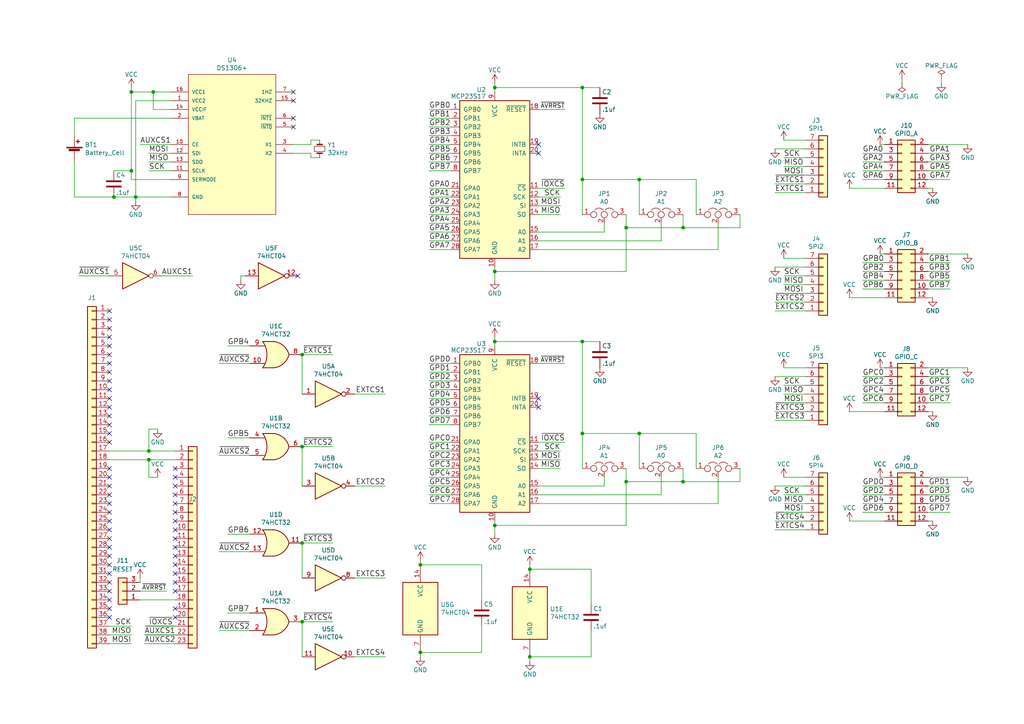
<source format=kicad_sch>
(kicad_sch (version 20211123) (generator eeschema)
  (paper "A4")
  (title_block (title "z80ctrl I/O Expander board") (date "2018-10-25") (rev "REV2") (company "J.B. Langston") (comment 1 "https://github.com/jblang/z80ctrl"))
  (junction (at 87.63 157.48))
  (junction (at 43.18 133.35))
  (junction (at 87.63 180.34))
  (junction (at 44.45 26.67))
  (junction (at 87.63 102.87))
  (junction (at 168.91 25.4))
  (junction (at 143.51 25.4))
  (junction (at 198.12 139.7))
  (junction (at 121.92 189.23))
  (junction (at 181.61 139.7))
  (junction (at 87.63 129.54))
  (junction (at 168.91 52.07))
  (junction (at 43.18 130.81))
  (junction (at 143.51 78.74))
  (junction (at 39.37 57.15))
  (junction (at 168.91 125.73))
  (junction (at 185.42 52.07))
  (junction (at 38.1 49.53))
  (junction (at 168.91 99.06))
  (junction (at 143.51 99.06))
  (junction (at 143.51 152.4))
  (junction (at 121.92 163.83))
  (junction (at 38.1 26.67))
  (junction (at 198.12 66.04))
  (junction (at 153.67 190.5))
  (junction (at 33.02 57.15))
  (junction (at 185.42 125.73))
  (junction (at 153.67 165.1))
  (junction (at 181.61 66.04))
  (no_connect (at 31.75 171.45))
  (no_connect (at 50.8 138.43))
  (no_connect (at 50.8 158.75))
  (no_connect (at 31.75 153.67))
  (no_connect (at 50.8 148.59))
  (no_connect (at 156.21 41.91))
  (no_connect (at 31.75 118.11))
  (no_connect (at 156.21 118.11))
  (no_connect (at 85.09 36.83))
  (no_connect (at 50.8 166.37))
  (no_connect (at 50.8 151.13))
  (no_connect (at 31.75 120.65))
  (no_connect (at 31.75 95.25))
  (no_connect (at 31.75 166.37))
  (no_connect (at 50.8 168.91))
  (no_connect (at 31.75 115.57))
  (no_connect (at 31.75 176.53))
  (no_connect (at 50.8 163.83))
  (no_connect (at 50.8 153.67))
  (no_connect (at 31.75 105.41))
  (no_connect (at 31.75 97.79))
  (no_connect (at 31.75 143.51))
  (no_connect (at 31.75 161.29))
  (no_connect (at 31.75 107.95))
  (no_connect (at 50.8 140.97))
  (no_connect (at 31.75 125.73))
  (no_connect (at 31.75 179.07))
  (no_connect (at 50.8 171.45))
  (no_connect (at 31.75 113.03))
  (no_connect (at 156.21 115.57))
  (no_connect (at 31.75 173.99))
  (no_connect (at 50.8 156.21))
  (no_connect (at 31.75 148.59))
  (no_connect (at 50.8 146.05))
  (no_connect (at 156.21 44.45))
  (no_connect (at 31.75 92.71))
  (no_connect (at 31.75 135.89))
  (no_connect (at 31.75 90.17))
  (no_connect (at 31.75 158.75))
  (no_connect (at 31.75 146.05))
  (no_connect (at 31.75 100.33))
  (no_connect (at 50.8 179.07))
  (no_connect (at 50.8 176.53))
  (no_connect (at 85.09 26.67))
  (no_connect (at 50.8 161.29))
  (no_connect (at 31.75 168.91))
  (no_connect (at 85.09 29.21))
  (no_connect (at 85.09 34.29))
  (no_connect (at 86.36 80.01))
  (no_connect (at 31.75 151.13))
  (no_connect (at 31.75 140.97))
  (no_connect (at 50.8 143.51))
  (no_connect (at 31.75 128.27))
  (no_connect (at 31.75 102.87))
  (no_connect (at 31.75 123.19))
  (no_connect (at 31.75 163.83))
  (no_connect (at 31.75 156.21))
  (no_connect (at 31.75 110.49))
  (no_connect (at 50.8 135.89))
  (no_connect (at 31.75 138.43))
  (wire (pts (xy 198.12 66.04) (xy 198.12 62.23)))
  (wire (pts (xy 21.59 46.99) (xy 21.59 57.15)))
  (wire (pts (xy 156.21 133.35) (xy 162.56 133.35)))
  (wire (pts (xy 233.68 85.09) (xy 227.33 85.09)))
  (wire (pts (xy 40.64 171.45) (xy 48.26 171.45)))
  (wire (pts (xy 43.18 124.46) (xy 43.18 130.81)))
  (wire (pts (xy 168.91 125.73) (xy 185.42 125.73)))
  (wire (pts (xy 130.81 128.27) (xy 124.46 128.27)))
  (wire (pts (xy 208.28 72.39) (xy 208.28 64.77)))
  (wire (pts (xy 233.68 53.34) (xy 224.79 53.34)))
  (wire (pts (xy 90.17 41.91) (xy 90.17 40.64)))
  (wire (pts (xy 269.24 109.22) (xy 275.59 109.22)))
  (wire (pts (xy 124.46 62.23) (xy 130.81 62.23)))
  (wire (pts (xy 224.79 77.47) (xy 233.68 77.47)))
  (wire (pts (xy 124.46 31.75) (xy 130.81 31.75)))
  (wire (pts (xy 269.24 78.74) (xy 275.59 78.74)))
  (wire (pts (xy 185.42 125.73) (xy 185.42 135.89)))
  (wire (pts (xy 124.46 64.77) (xy 130.81 64.77)))
  (wire (pts (xy 124.46 46.99) (xy 130.81 46.99)))
  (wire (pts (xy 168.91 25.4) (xy 173.99 25.4)))
  (wire (pts (xy 224.79 121.92) (xy 233.68 121.92)))
  (wire (pts (xy 44.45 31.75) (xy 44.45 26.67)))
  (wire (pts (xy 198.12 139.7) (xy 214.63 139.7)))
  (wire (pts (xy 269.24 54.61) (xy 270.51 54.61)))
  (wire (pts (xy 130.81 120.65) (xy 124.46 120.65)))
  (wire (pts (xy 156.21 146.05) (xy 208.28 146.05)))
  (wire (pts (xy 121.92 163.83) (xy 121.92 162.56)))
  (wire (pts (xy 156.21 135.89) (xy 162.56 135.89)))
  (wire (pts (xy 49.53 49.53) (xy 43.18 49.53)))
  (wire (pts (xy 168.91 99.06) (xy 173.99 99.06)))
  (wire (pts (xy 102.87 114.3) (xy 111.76 114.3)))
  (wire (pts (xy 63.5 105.41) (xy 72.39 105.41)))
  (wire (pts (xy 256.54 146.05) (xy 250.19 146.05)))
  (wire (pts (xy 191.77 138.43) (xy 191.77 143.51)))
  (wire (pts (xy 256.54 81.28) (xy 250.19 81.28)))
  (wire (pts (xy 175.26 64.77) (xy 175.26 67.31)))
  (wire (pts (xy 269.24 86.36) (xy 270.51 86.36)))
  (wire (pts (xy 38.1 26.67) (xy 44.45 26.67)))
  (wire (pts (xy 102.87 140.97) (xy 111.76 140.97)))
  (wire (pts (xy 38.1 49.53) (xy 38.1 52.07)))
  (wire (pts (xy 156.21 62.23) (xy 162.56 62.23)))
  (wire (pts (xy 224.79 109.22) (xy 233.68 109.22)))
  (wire (pts (xy 43.18 130.81) (xy 31.75 130.81)))
  (wire (pts (xy 156.21 128.27) (xy 163.83 128.27)))
  (wire (pts (xy 21.59 57.15) (xy 33.02 57.15)))
  (wire (pts (xy 256.54 49.53) (xy 250.19 49.53)))
  (wire (pts (xy 269.24 143.51) (xy 275.59 143.51)))
  (wire (pts (xy 269.24 119.38) (xy 270.51 119.38)))
  (wire (pts (xy 224.79 153.67) (xy 233.68 153.67)))
  (wire (pts (xy 171.45 190.5) (xy 171.45 182.88)))
  (wire (pts (xy 31.75 184.15) (xy 38.1 184.15)))
  (wire (pts (xy 233.68 82.55) (xy 227.33 82.55)))
  (wire (pts (xy 124.46 54.61) (xy 130.81 54.61)))
  (wire (pts (xy 214.63 66.04) (xy 214.63 62.23)))
  (wire (pts (xy 181.61 62.23) (xy 181.61 66.04)))
  (wire (pts (xy 87.63 129.54) (xy 87.63 140.97)))
  (wire (pts (xy 139.7 163.83) (xy 139.7 173.99)))
  (wire (pts (xy 269.24 41.91) (xy 280.67 41.91)))
  (wire (pts (xy 124.46 41.91) (xy 130.81 41.91)))
  (wire (pts (xy 39.37 29.21) (xy 39.37 57.15)))
  (wire (pts (xy 121.92 163.83) (xy 139.7 163.83)))
  (wire (pts (xy 33.02 57.15) (xy 39.37 57.15)))
  (wire (pts (xy 50.8 186.69) (xy 41.91 186.69)))
  (wire (pts (xy 233.68 114.3) (xy 227.33 114.3)))
  (wire (pts (xy 201.93 125.73) (xy 201.93 135.89)))
  (wire (pts (xy 63.5 160.02) (xy 72.39 160.02)))
  (wire (pts (xy 156.21 143.51) (xy 191.77 143.51)))
  (wire (pts (xy 21.59 34.29) (xy 21.59 39.37)))
  (wire (pts (xy 269.24 52.07) (xy 275.59 52.07)))
  (wire (pts (xy 269.24 44.45) (xy 275.59 44.45)))
  (wire (pts (xy 45.72 124.46) (xy 43.18 124.46)))
  (wire (pts (xy 45.72 138.43) (xy 43.18 138.43)))
  (wire (pts (xy 130.81 107.95) (xy 124.46 107.95)))
  (wire (pts (xy 130.81 115.57) (xy 124.46 115.57)))
  (wire (pts (xy 198.12 139.7) (xy 198.12 135.89)))
  (wire (pts (xy 171.45 165.1) (xy 171.45 175.26)))
  (wire (pts (xy 121.92 190.5) (xy 121.92 189.23)))
  (wire (pts (xy 153.67 190.5) (xy 171.45 190.5)))
  (wire (pts (xy 156.21 54.61) (xy 163.83 54.61)))
  (wire (pts (xy 66.04 154.94) (xy 72.39 154.94)))
  (wire (pts (xy 227.33 40.64) (xy 233.68 40.64)))
  (wire (pts (xy 269.24 138.43) (xy 280.67 138.43)))
  (wire (pts (xy 233.68 87.63) (xy 224.79 87.63)))
  (wire (pts (xy 181.61 78.74) (xy 143.51 78.74)))
  (wire (pts (xy 124.46 69.85) (xy 130.81 69.85)))
  (wire (pts (xy 256.54 78.74) (xy 250.19 78.74)))
  (wire (pts (xy 124.46 44.45) (xy 130.81 44.45)))
  (wire (pts (xy 49.53 29.21) (xy 39.37 29.21)))
  (wire (pts (xy 124.46 34.29) (xy 130.81 34.29)))
  (wire (pts (xy 261.62 24.13) (xy 261.62 22.86)))
  (wire (pts (xy 130.81 143.51) (xy 124.46 143.51)))
  (wire (pts (xy 256.54 83.82) (xy 250.19 83.82)))
  (wire (pts (xy 256.54 111.76) (xy 250.19 111.76)))
  (wire (pts (xy 185.42 52.07) (xy 185.42 62.23)))
  (wire (pts (xy 185.42 52.07) (xy 201.93 52.07)))
  (wire (pts (xy 191.77 64.77) (xy 191.77 69.85)))
  (wire (pts (xy 246.38 151.13) (xy 256.54 151.13)))
  (wire (pts (xy 43.18 181.61) (xy 50.8 181.61)))
  (wire (pts (xy 198.12 66.04) (xy 214.63 66.04)))
  (wire (pts (xy 31.75 186.69) (xy 38.1 186.69)))
  (wire (pts (xy 156.21 72.39) (xy 208.28 72.39)))
  (wire (pts (xy 43.18 130.81) (xy 50.8 130.81)))
  (wire (pts (xy 269.24 106.68) (xy 280.67 106.68)))
  (wire (pts (xy 90.17 44.45) (xy 90.17 45.72)))
  (wire (pts (xy 102.87 167.64) (xy 111.76 167.64)))
  (wire (pts (xy 153.67 191.77) (xy 153.67 190.5)))
  (wire (pts (xy 269.24 81.28) (xy 275.59 81.28)))
  (wire (pts (xy 233.68 119.38) (xy 224.79 119.38)))
  (wire (pts (xy 256.54 143.51) (xy 250.19 143.51)))
  (wire (pts (xy 90.17 40.64) (xy 92.71 40.64)))
  (wire (pts (xy 233.68 48.26) (xy 227.33 48.26)))
  (wire (pts (xy 156.21 57.15) (xy 162.56 57.15)))
  (wire (pts (xy 227.33 138.43) (xy 233.68 138.43)))
  (wire (pts (xy 130.81 113.03) (xy 124.46 113.03)))
  (wire (pts (xy 181.61 135.89) (xy 181.61 139.7)))
  (wire (pts (xy 256.54 109.22) (xy 250.19 109.22)))
  (wire (pts (xy 87.63 129.54) (xy 96.52 129.54)))
  (wire (pts (xy 124.46 67.31) (xy 130.81 67.31)))
  (wire (pts (xy 269.24 148.59) (xy 275.59 148.59)))
  (wire (pts (xy 269.24 114.3) (xy 275.59 114.3)))
  (wire (pts (xy 69.85 81.28) (xy 69.85 80.01)))
  (wire (pts (xy 227.33 106.68) (xy 233.68 106.68)))
  (wire (pts (xy 130.81 133.35) (xy 124.46 133.35)))
  (wire (pts (xy 256.54 148.59) (xy 250.19 148.59)))
  (wire (pts (xy 49.53 44.45) (xy 43.18 44.45)))
  (wire (pts (xy 269.24 46.99) (xy 275.59 46.99)))
  (wire (pts (xy 43.18 133.35) (xy 50.8 133.35)))
  (wire (pts (xy 66.04 127) (xy 72.39 127)))
  (wire (pts (xy 181.61 139.7) (xy 181.61 152.4)))
  (wire (pts (xy 139.7 189.23) (xy 139.7 181.61)))
  (wire (pts (xy 38.1 52.07) (xy 49.53 52.07)))
  (wire (pts (xy 143.51 25.4) (xy 143.51 26.67)))
  (wire (pts (xy 87.63 157.48) (xy 96.52 157.48)))
  (wire (pts (xy 156.21 59.69) (xy 162.56 59.69)))
  (wire (pts (xy 43.18 133.35) (xy 31.75 133.35)))
  (wire (pts (xy 66.04 100.33) (xy 72.39 100.33)))
  (wire (pts (xy 233.68 111.76) (xy 227.33 111.76)))
  (wire (pts (xy 168.91 52.07) (xy 168.91 25.4)))
  (wire (pts (xy 256.54 46.99) (xy 250.19 46.99)))
  (wire (pts (xy 130.81 105.41) (xy 124.46 105.41)))
  (wire (pts (xy 233.68 50.8) (xy 227.33 50.8)))
  (wire (pts (xy 156.21 130.81) (xy 162.56 130.81)))
  (wire (pts (xy 49.53 34.29) (xy 21.59 34.29)))
  (wire (pts (xy 69.85 80.01) (xy 71.12 80.01)))
  (wire (pts (xy 269.24 73.66) (xy 280.67 73.66)))
  (wire (pts (xy 233.68 80.01) (xy 227.33 80.01)))
  (wire (pts (xy 87.63 180.34) (xy 96.52 180.34)))
  (wire (pts (xy 181.61 152.4) (xy 143.51 152.4)))
  (wire (pts (xy 40.64 168.91) (xy 40.64 167.64)))
  (wire (pts (xy 143.51 99.06) (xy 143.51 100.33)))
  (wire (pts (xy 224.79 43.18) (xy 233.68 43.18)))
  (wire (pts (xy 181.61 139.7) (xy 198.12 139.7)))
  (wire (pts (xy 168.91 62.23) (xy 168.91 52.07)))
  (wire (pts (xy 49.53 46.99) (xy 43.18 46.99)))
  (wire (pts (xy 256.54 114.3) (xy 250.19 114.3)))
  (wire (pts (xy 43.18 138.43) (xy 43.18 133.35)))
  (wire (pts (xy 156.21 105.41) (xy 163.83 105.41)))
  (wire (pts (xy 130.81 138.43) (xy 124.46 138.43)))
  (wire (pts (xy 50.8 184.15) (xy 41.91 184.15)))
  (wire (pts (xy 121.92 189.23) (xy 139.7 189.23)))
  (wire (pts (xy 143.51 151.13) (xy 143.51 152.4)))
  (wire (pts (xy 255.27 41.91) (xy 256.54 41.91)))
  (wire (pts (xy 130.81 130.81) (xy 124.46 130.81)))
  (wire (pts (xy 233.68 45.72) (xy 227.33 45.72)))
  (wire (pts (xy 124.46 59.69) (xy 130.81 59.69)))
  (wire (pts (xy 269.24 146.05) (xy 275.59 146.05)))
  (wire (pts (xy 130.81 146.05) (xy 124.46 146.05)))
  (wire (pts (xy 38.1 26.67) (xy 38.1 49.53)))
  (wire (pts (xy 87.63 102.87) (xy 87.63 114.3)))
  (wire (pts (xy 156.21 140.97) (xy 175.26 140.97)))
  (wire (pts (xy 156.21 31.75) (xy 163.83 31.75)))
  (wire (pts (xy 143.51 99.06) (xy 168.91 99.06)))
  (wire (pts (xy 168.91 135.89) (xy 168.91 125.73)))
  (wire (pts (xy 233.68 146.05) (xy 227.33 146.05)))
  (wire (pts (xy 227.33 74.93) (xy 233.68 74.93)))
  (wire (pts (xy 246.38 86.36) (xy 256.54 86.36)))
  (wire (pts (xy 102.87 190.5) (xy 111.76 190.5)))
  (wire (pts (xy 269.24 151.13) (xy 270.51 151.13)))
  (wire (pts (xy 124.46 57.15) (xy 130.81 57.15)))
  (wire (pts (xy 256.54 140.97) (xy 250.19 140.97)))
  (wire (pts (xy 33.02 49.53) (xy 38.1 49.53)))
  (wire (pts (xy 269.24 76.2) (xy 275.59 76.2)))
  (wire (pts (xy 153.67 165.1) (xy 171.45 165.1)))
  (wire (pts (xy 39.37 58.42) (xy 39.37 57.15)))
  (wire (pts (xy 22.86 80.01) (xy 31.75 80.01)))
  (wire (pts (xy 246.38 54.61) (xy 256.54 54.61)))
  (wire (pts (xy 175.26 138.43) (xy 175.26 140.97)))
  (wire (pts (xy 130.81 110.49) (xy 124.46 110.49)))
  (wire (pts (xy 208.28 146.05) (xy 208.28 138.43)))
  (wire (pts (xy 63.5 132.08) (xy 72.39 132.08)))
  (wire (pts (xy 124.46 72.39) (xy 130.81 72.39)))
  (wire (pts (xy 66.04 177.8) (xy 72.39 177.8)))
  (wire (pts (xy 143.51 97.79) (xy 143.51 99.06)))
  (wire (pts (xy 31.75 181.61) (xy 38.1 181.61)))
  (wire (pts (xy 40.64 173.99) (xy 50.8 173.99)))
  (wire (pts (xy 246.38 119.38) (xy 256.54 119.38)))
  (wire (pts (xy 87.63 180.34) (xy 87.63 190.5)))
  (wire (pts (xy 63.5 182.88) (xy 72.39 182.88)))
  (wire (pts (xy 124.46 39.37) (xy 130.81 39.37)))
  (wire (pts (xy 38.1 25.4) (xy 38.1 26.67)))
  (wire (pts (xy 130.81 140.97) (xy 124.46 140.97)))
  (wire (pts (xy 39.37 57.15) (xy 49.53 57.15)))
  (wire (pts (xy 143.51 24.13) (xy 143.51 25.4)))
  (wire (pts (xy 273.05 22.86) (xy 273.05 24.13)))
  (wire (pts (xy 185.42 125.73) (xy 201.93 125.73)))
  (wire (pts (xy 256.54 52.07) (xy 250.19 52.07)))
  (wire (pts (xy 201.93 52.07) (xy 201.93 62.23)))
  (wire (pts (xy 256.54 44.45) (xy 250.19 44.45)))
  (wire (pts (xy 143.51 78.74) (xy 143.51 81.28)))
  (wire (pts (xy 255.27 73.66) (xy 256.54 73.66)))
  (wire (pts (xy 143.51 152.4) (xy 143.51 154.94)))
  (wire (pts (xy 233.68 116.84) (xy 227.33 116.84)))
  (wire (pts (xy 124.46 36.83) (xy 130.81 36.83)))
  (wire (pts (xy 40.64 41.91) (xy 49.53 41.91)))
  (wire (pts (xy 87.63 157.48) (xy 87.63 167.64)))
  (wire (pts (xy 233.68 143.51) (xy 227.33 143.51)))
  (wire (pts (xy 90.17 45.72) (xy 92.71 45.72)))
  (wire (pts (xy 269.24 49.53) (xy 275.59 49.53)))
  (wire (pts (xy 143.51 77.47) (xy 143.51 78.74)))
  (wire (pts (xy 130.81 118.11) (xy 124.46 118.11)))
  (wire (pts (xy 168.91 125.73) (xy 168.91 99.06)))
  (wire (pts (xy 85.09 44.45) (xy 90.17 44.45)))
  (wire (pts (xy 256.54 116.84) (xy 250.19 116.84)))
  (wire (pts (xy 224.79 140.97) (xy 233.68 140.97)))
  (wire (pts (xy 269.24 83.82) (xy 275.59 83.82)))
  (wire (pts (xy 269.24 140.97) (xy 275.59 140.97)))
  (wire (pts (xy 233.68 148.59) (xy 227.33 148.59)))
  (wire (pts (xy 168.91 52.07) (xy 185.42 52.07)))
  (wire (pts (xy 153.67 165.1) (xy 153.67 163.83)))
  (wire (pts (xy 130.81 135.89) (xy 124.46 135.89)))
  (wire (pts (xy 44.45 26.67) (xy 49.53 26.67)))
  (wire (pts (xy 269.24 116.84) (xy 275.59 116.84)))
  (wire (pts (xy 85.09 41.91) (xy 90.17 41.91)))
  (wire (pts (xy 269.24 111.76) (xy 275.59 111.76)))
  (wire (pts (xy 124.46 49.53) (xy 130.81 49.53)))
  (wire (pts (xy 255.27 106.68) (xy 256.54 106.68)))
  (wire (pts (xy 255.27 138.43) (xy 256.54 138.43)))
  (wire (pts (xy 87.63 102.87) (xy 96.52 102.87)))
  (wire (pts (xy 156.21 69.85) (xy 191.77 69.85)))
  (wire (pts (xy 224.79 55.88) (xy 233.68 55.88)))
  (wire (pts (xy 156.21 67.31) (xy 175.26 67.31)))
  (wire (pts (xy 233.68 151.13) (xy 224.79 151.13)))
  (wire (pts (xy 214.63 139.7) (xy 214.63 135.89)))
  (wire (pts (xy 130.81 123.19) (xy 124.46 123.19)))
  (wire (pts (xy 181.61 66.04) (xy 181.61 78.74)))
  (wire (pts (xy 181.61 66.04) (xy 198.12 66.04)))
  (wire (pts (xy 46.99 80.01) (xy 55.88 80.01)))
  (wire (pts (xy 256.54 76.2) (xy 250.19 76.2)))
  (wire (pts (xy 49.53 31.75) (xy 44.45 31.75)))
  (wire (pts (xy 143.51 25.4) (xy 168.91 25.4)))
  (wire (pts (xy 224.79 90.17) (xy 233.68 90.17)))
  (label "~{IOXCS}" (at 163.83 54.61 180) (effects (font (size 1.524 1.524))))
  (label "GPC0" (at 124.46 128.27 0) (effects (font (size 1.524 1.524))))
  (label "GPA4" (at 250.19 49.53 0) (effects (font (size 1.524 1.524))))
  (label "GPB5" (at 66.04 127 0) (effects (font (size 1.524 1.524))))
  (label "GPB3" (at 275.59 78.74 180) (effects (font (size 1.524 1.524))))
  (label "GPD1" (at 124.46 107.95 0) (effects (font (size 1.524 1.524))))
  (label "SCK" (at 227.33 45.72 0) (effects (font (size 1.524 1.524))))
  (label "GPC7" (at 124.46 146.05 0) (effects (font (size 1.524 1.524))))
  (label "GPD0" (at 250.19 140.97 0) (effects (font (size 1.524 1.524))))
  (label "GPB6" (at 66.04 154.94 0) (effects (font (size 1.524 1.524))))
  (label "GPC4" (at 124.46 138.43 0) (effects (font (size 1.524 1.524))))
  (label "~{AVRRST}" (at 163.83 105.41 180))
  (label "GPA0" (at 250.19 44.45 0) (effects (font (size 1.524 1.524))))
  (label "SCK" (at 227.33 111.76 0) (effects (font (size 1.524 1.524))))
  (label "EXTCS2" (at 224.79 90.17 0) (effects (font (size 1.524 1.524))))
  (label "GPB0" (at 124.46 31.75 0) (effects (font (size 1.524 1.524))))
  (label "MISO" (at 162.56 62.23 180) (effects (font (size 1.524 1.524))))
  (label "EXTCS4" (at 224.79 153.67 0) (effects (font (size 1.524 1.524))))
  (label "GPD2" (at 250.19 143.51 0) (effects (font (size 1.524 1.524))))
  (label "MISO" (at 38.1 184.15 180) (effects (font (size 1.524 1.524))))
  (label "~{EXTCS3}" (at 96.52 157.48 180) (effects (font (size 1.524 1.524))))
  (label "GPB4" (at 66.04 100.33 0) (effects (font (size 1.524 1.524))))
  (label "GPB7" (at 66.04 177.8 0) (effects (font (size 1.524 1.524))))
  (label "GPB1" (at 275.59 76.2 180) (effects (font (size 1.524 1.524))))
  (label "GPD5" (at 275.59 146.05 180) (effects (font (size 1.524 1.524))))
  (label "GPD7" (at 275.59 148.59 180) (effects (font (size 1.524 1.524))))
  (label "~{IOXCS}" (at 43.18 181.61 0) (effects (font (size 1.524 1.524))))
  (label "EXTCS2" (at 111.76 140.97 180) (effects (font (size 1.524 1.524))))
  (label "SCK" (at 43.18 49.53 0) (effects (font (size 1.524 1.524))))
  (label "GPC3" (at 124.46 135.89 0) (effects (font (size 1.524 1.524))))
  (label "~{IOXCS}" (at 163.83 128.27 180) (effects (font (size 1.524 1.524))))
  (label "EXTCS3" (at 224.79 121.92 0) (effects (font (size 1.524 1.524))))
  (label "~{EXTCS4}" (at 224.79 151.13 0) (effects (font (size 1.524 1.524))))
  (label "~{EXTCS2}" (at 224.79 87.63 0) (effects (font (size 1.524 1.524))))
  (label "GPC6" (at 250.19 116.84 0) (effects (font (size 1.524 1.524))))
  (label "GPA5" (at 124.46 67.31 0) (effects (font (size 1.524 1.524))))
  (label "GPA3" (at 275.59 46.99 180) (effects (font (size 1.524 1.524))))
  (label "GPA2" (at 124.46 59.69 0) (effects (font (size 1.524 1.524))))
  (label "GPB0" (at 250.19 76.2 0) (effects (font (size 1.524 1.524))))
  (label "GPD1" (at 275.59 140.97 180) (effects (font (size 1.524 1.524))))
  (label "GPD3" (at 275.59 143.51 180) (effects (font (size 1.524 1.524))))
  (label "GPB5" (at 124.46 44.45 0) (effects (font (size 1.524 1.524))))
  (label "EXTCS4" (at 111.76 190.5 180) (effects (font (size 1.524 1.524))))
  (label "GPD0" (at 124.46 105.41 0) (effects (font (size 1.524 1.524))))
  (label "GPA0" (at 124.46 54.61 0) (effects (font (size 1.524 1.524))))
  (label "~{AUXCS1}" (at 41.91 184.15 0) (effects (font (size 1.524 1.524))))
  (label "GPD4" (at 124.46 115.57 0) (effects (font (size 1.524 1.524))))
  (label "~{EXTCS4}" (at 96.52 180.34 180) (effects (font (size 1.524 1.524))))
  (label "~{EXTCS1}" (at 96.52 102.87 180) (effects (font (size 1.524 1.524))))
  (label "GPA1" (at 275.59 44.45 180) (effects (font (size 1.524 1.524))))
  (label "~{AUXCS2}" (at 41.91 186.69 0) (effects (font (size 1.524 1.524))))
  (label "MISO" (at 162.56 135.89 180) (effects (font (size 1.524 1.524))))
  (label "MISO" (at 43.18 46.99 0) (effects (font (size 1.524 1.524))))
  (label "GPC5" (at 275.59 114.3 180) (effects (font (size 1.524 1.524))))
  (label "GPA1" (at 124.46 57.15 0) (effects (font (size 1.524 1.524))))
  (label "GPC0" (at 250.19 109.22 0) (effects (font (size 1.524 1.524))))
  (label "~{AUXCS2}" (at 63.5 132.08 0) (effects (font (size 1.524 1.524))))
  (label "MOSI" (at 162.56 59.69 180) (effects (font (size 1.524 1.524))))
  (label "GPD3" (at 124.46 113.03 0) (effects (font (size 1.524 1.524))))
  (label "GPA3" (at 124.46 62.23 0) (effects (font (size 1.524 1.524))))
  (label "~{AVRRST}" (at 48.26 171.45 180))
  (label "GPA4" (at 124.46 64.77 0) (effects (font (size 1.524 1.524))))
  (label "~{AVRRST}" (at 163.83 31.75 180))
  (label "GPC2" (at 250.19 111.76 0) (effects (font (size 1.524 1.524))))
  (label "GPC2" (at 124.46 133.35 0) (effects (font (size 1.524 1.524))))
  (label "MOSI" (at 227.33 50.8 0) (effects (font (size 1.524 1.524))))
  (label "~{AUXCS1}" (at 22.86 80.01 0) (effects (font (size 1.524 1.524))))
  (label "GPA6" (at 124.46 69.85 0) (effects (font (size 1.524 1.524))))
  (label "GPD6" (at 250.19 148.59 0) (effects (font (size 1.524 1.524))))
  (label "MISO" (at 227.33 114.3 0) (effects (font (size 1.524 1.524))))
  (label "GPB7" (at 275.59 83.82 180) (effects (font (size 1.524 1.524))))
  (label "~{EXTCS3}" (at 224.79 119.38 0) (effects (font (size 1.524 1.524))))
  (label "MISO" (at 227.33 48.26 0) (effects (font (size 1.524 1.524))))
  (label "GPA7" (at 124.46 72.39 0) (effects (font (size 1.524 1.524))))
  (label "GPB3" (at 124.46 39.37 0) (effects (font (size 1.524 1.524))))
  (label "GPA7" (at 275.59 52.07 180) (effects (font (size 1.524 1.524))))
  (label "EXTCS3" (at 111.76 167.64 180) (effects (font (size 1.524 1.524))))
  (label "MOSI" (at 43.18 44.45 0) (effects (font (size 1.524 1.524))))
  (label "GPC5" (at 124.46 140.97 0) (effects (font (size 1.524 1.524))))
  (label "~{EXTCS1}" (at 224.79 53.34 0) (effects (font (size 1.524 1.524))))
  (label "GPA6" (at 250.19 52.07 0) (effects (font (size 1.524 1.524))))
  (label "GPD2" (at 124.46 110.49 0) (effects (font (size 1.524 1.524))))
  (label "MISO" (at 227.33 82.55 0) (effects (font (size 1.524 1.524))))
  (label "SCK" (at 227.33 143.51 0) (effects (font (size 1.524 1.524))))
  (label "MOSI" (at 227.33 85.09 0) (effects (font (size 1.524 1.524))))
  (label "MISO" (at 227.33 146.05 0) (effects (font (size 1.524 1.524))))
  (label "SCK" (at 162.56 57.15 180) (effects (font (size 1.524 1.524))))
  (label "MOSI" (at 162.56 133.35 180) (effects (font (size 1.524 1.524))))
  (label "~{AUXCS2}" (at 63.5 105.41 0) (effects (font (size 1.524 1.524))))
  (label "AUXCS1" (at 55.88 80.01 180) (effects (font (size 1.524 1.524))))
  (label "GPB7" (at 124.46 49.53 0) (effects (font (size 1.524 1.524))))
  (label "GPC1" (at 124.46 130.81 0) (effects (font (size 1.524 1.524))))
  (label "AUXCS1" (at 40.64 41.91 0) (effects (font (size 1.524 1.524))))
  (label "GPB6" (at 124.46 46.99 0) (effects (font (size 1.524 1.524))))
  (label "~{AUXCS2}" (at 63.5 182.88 0) (effects (font (size 1.524 1.524))))
  (label "GPD4" (at 250.19 146.05 0) (effects (font (size 1.524 1.524))))
  (label "EXTCS1" (at 224.79 55.88 0) (effects (font (size 1.524 1.524))))
  (label "MOSI" (at 227.33 116.84 0) (effects (font (size 1.524 1.524))))
  (label "EXTCS1" (at 111.76 114.3 180) (effects (font (size 1.524 1.524))))
  (label "GPB4" (at 250.19 81.28 0) (effects (font (size 1.524 1.524))))
  (label "GPD7" (at 124.46 123.19 0) (effects (font (size 1.524 1.524))))
  (label "SCK" (at 38.1 181.61 180) (effects (font (size 1.524 1.524))))
  (label "GPB4" (at 124.46 41.91 0) (effects (font (size 1.524 1.524))))
  (label "GPD6" (at 124.46 120.65 0) (effects (font (size 1.524 1.524))))
  (label "GPC3" (at 275.59 111.76 180) (effects (font (size 1.524 1.524))))
  (label "GPB6" (at 250.19 83.82 0) (effects (font (size 1.524 1.524))))
  (label "GPC6" (at 124.46 143.51 0) (effects (font (size 1.524 1.524))))
  (label "SCK" (at 162.56 130.81 180) (effects (font (size 1.524 1.524))))
  (label "GPB2" (at 124.46 36.83 0) (effects (font (size 1.524 1.524))))
  (label "~{AUXCS2}" (at 63.5 160.02 0) (effects (font (size 1.524 1.524))))
  (label "GPB2" (at 250.19 78.74 0) (effects (font (size 1.524 1.524))))
  (label "~{EXTCS2}" (at 96.52 129.54 180) (effects (font (size 1.524 1.524))))
  (label "GPC4" (at 250.19 114.3 0) (effects (font (size 1.524 1.524))))
  (label "GPC1" (at 275.59 109.22 180) (effects (font (size 1.524 1.524))))
  (label "MOSI" (at 227.33 148.59 0) (effects (font (size 1.524 1.524))))
  (label "GPB5" (at 275.59 81.28 180) (effects (font (size 1.524 1.524))))
  (label "GPB1" (at 124.46 34.29 0) (effects (font (size 1.524 1.524))))
  (label "GPA5" (at 275.59 49.53 180) (effects (font (size 1.524 1.524))))
  (label "SCK" (at 227.33 80.01 0) (effects (font (size 1.524 1.524))))
  (label "GPA2" (at 250.19 46.99 0) (effects (font (size 1.524 1.524))))
  (label "GPC7" (at 275.59 116.84 180) (effects (font (size 1.524 1.524))))
  (label "MOSI" (at 38.1 186.69 180) (effects (font (size 1.524 1.524))))
  (label "GPD5" (at 124.46 118.11 0) (effects (font (size 1.524 1.524))))
  (symbol (lib_id "Connector_Generic:Conn_01x39") (at 26.67 138.43 0) (mirror y) (unit 1)
    (property "Reference" "J1" (at 26.67 86.36 0))
    (property "Value" "BUS" (effects hide))
    (property "Footprint" "Connector_PinHeader_2.54mm:PinHeader_1x39_P2.54mm_Vertical" (effects hide))
    (property "TaydaPN" "A-638" (effects hide))
    (property "DigikeyPN" "s1012ec-39-nd" (effects hide))
  )
  (symbol (lib_id "Connector_Generic:Conn_01x23") (at 55.88 158.75 0) (unit 1)
    (property "Reference" "J2" (at 55.88 144.78 0))
    (property "Value" "BUSEXT" (effects hide))
    (property "Footprint" "Connector_PinHeader_2.54mm:PinHeader_1x23_P2.54mm_Vertical" (effects hide))
    (property "TaydaPN" "A-638" (effects hide))
    (property "DigikeyPN" "s1012ec-39-nd" (effects hide))
  )
  (symbol (lib_id "power:GND") (at 45.72 124.46 0) (mirror y) (unit 1)
    (property "Reference" "#PWR022" (effects hide))
    (property "Value" "GND" (at 45.72 128.27 0))
  )
  (symbol (lib_id "power:VCC") (at 45.72 138.43 0) (mirror y) (unit 1)
    (property "Reference" "#PWR023" (effects hide))
    (property "Value" "VCC" (at 45.72 134.62 0))
  )
  (symbol (lib_id "power:VCC") (at 261.62 22.86 0) (unit 1)
    (property "Reference" "#PWR029" (effects hide))
    (property "Value" "VCC" (at 261.62 19.05 0))
  )
  (symbol (lib_id "power:GND") (at 273.05 24.13 0) (unit 1)
    (property "Reference" "#PWR030" (effects hide))
    (property "Value" "GND" (at 273.05 27.94 0))
  )
  (symbol (lib_id "power:PWR_FLAG") (at 273.05 22.86 0) (unit 1)
    (property "Reference" "#FLG031" (effects hide))
    (property "Value" "PWR_FLAG" (at 273.05 19.05 0))
  )
  (symbol (lib_id "power:PWR_FLAG") (at 261.62 24.13 180) (unit 1)
    (property "Reference" "#FLG032" (effects hide))
    (property "Value" "PWR_FLAG" (at 261.62 27.94 0))
  )
  (symbol (lib_id "z80ctrl-iox:MCP23S17") (at 143.51 52.07 0) (unit 1)
    (property "Reference" "U2" (at 140.97 26.035 0) (effects (justify right)))
    (property "Value" "MCP23S17" (at 140.97 27.94 0) (effects (justify right)))
    (property "Footprint" "Package_DIP:DIP-28_W7.62mm_Socket" (effects hide))
    (property "DigikeyPN" "MCP23S17-E/SP-ND" (effects hide))
    (property "MouserPN" "579-MCP23S17-E/SP" (effects hide))
  )
  (symbol (lib_id "Device:C") (at 173.99 29.21 0) (unit 1)
    (property "Reference" "C2" (at 174.625 26.67 0) (effects (justify left)))
    (property "Value" ".1uf" (at 174.625 31.75 0) (effects (justify left)))
    (property "Footprint" "Capacitor_THT:C_Disc_D3.0mm_W1.6mm_P2.50mm" (effects hide))
  )
  (symbol (lib_id "power:GND") (at 143.51 81.28 0) (unit 1)
    (property "Reference" "#PWR0101" (effects hide))
    (property "Value" "GND" (at 143.51 85.09 0))
  )
  (symbol (lib_id "power:GND") (at 173.99 33.02 0) (unit 1)
    (property "Reference" "#PWR0102" (effects hide))
    (property "Value" "GND" (at 173.99 36.83 0))
  )
  (symbol (lib_id "power:VCC") (at 143.51 24.13 0) (unit 1)
    (property "Reference" "#PWR0103" (effects hide))
    (property "Value" "VCC" (at 143.51 20.32 0))
  )
  (symbol (lib_id "Device:Jumper_NC_Dual") (at 175.26 62.23 0) (unit 1)
    (property "Reference" "JP1" (at 175.26 56.1594 0))
    (property "Value" "A0" (at 175.26 58.4708 0))
    (property "Footprint" "Connector_PinHeader_2.54mm:PinHeader_1x03_P2.54mm_Vertical" (effects hide))
  )
  (symbol (lib_id "Device:Jumper_NC_Dual") (at 208.28 62.23 0) (unit 1)
    (property "Reference" "JP3" (at 208.28 56.1594 0))
    (property "Value" "A2" (at 208.28 58.4708 0))
    (property "Footprint" "Connector_PinHeader_2.54mm:PinHeader_1x03_P2.54mm_Vertical" (effects hide))
  )
  (symbol (lib_id "Device:Jumper_NC_Dual") (at 191.77 135.89 0) (unit 1)
    (property "Reference" "JP5" (at 191.77 129.8194 0))
    (property "Value" "A0" (at 191.77 132.1308 0))
    (property "Footprint" "Connector_PinHeader_2.54mm:PinHeader_1x03_P2.54mm_Vertical" (effects hide))
  )
  (symbol (lib_id "z80ctrl-iox:MCP23S17") (at 143.51 125.73 0) (unit 1)
    (property "Reference" "U3" (at 140.97 99.695 0) (effects (justify right)))
    (property "Value" "MCP23S17" (at 140.97 101.6 0) (effects (justify right)))
    (property "Footprint" "Package_DIP:DIP-28_W7.62mm_Socket" (effects hide))
    (property "DigikeyPN" "MCP23S17-E/SP-ND" (effects hide))
    (property "MouserPN" "579-MCP23S17-E/SP" (effects hide))
  )
  (symbol (lib_id "Device:C") (at 173.99 102.87 0) (unit 1)
    (property "Reference" "C3" (at 174.625 100.33 0) (effects (justify left)))
    (property "Value" ".1uf" (at 174.625 105.41 0) (effects (justify left)))
    (property "Footprint" "Capacitor_THT:C_Disc_D3.0mm_W1.6mm_P2.50mm" (effects hide))
  )
  (symbol (lib_id "power:GND") (at 143.51 154.94 0) (unit 1)
    (property "Reference" "#PWR0104" (effects hide))
    (property "Value" "GND" (at 143.51 158.75 0))
  )
  (symbol (lib_id "power:GND") (at 173.99 106.68 0) (unit 1)
    (property "Reference" "#PWR0105" (effects hide))
    (property "Value" "GND" (at 173.99 110.49 0))
  )
  (symbol (lib_id "power:VCC") (at 143.51 97.79 0) (unit 1)
    (property "Reference" "#PWR0106" (effects hide))
    (property "Value" "VCC" (at 143.51 93.98 0))
  )
  (symbol (lib_id "Device:Jumper_NC_Dual") (at 191.77 62.23 0) (unit 1)
    (property "Reference" "JP2" (at 191.77 56.1594 0))
    (property "Value" "A1" (at 191.77 58.4708 0))
    (property "Footprint" "Connector_PinHeader_2.54mm:PinHeader_1x03_P2.54mm_Vertical" (effects hide))
  )
  (symbol (lib_id "Device:Jumper_NC_Dual") (at 175.26 135.89 0) (unit 1)
    (property "Reference" "JP4" (at 175.26 129.8194 0))
    (property "Value" "A1" (at 175.26 132.1308 0))
    (property "Footprint" "Connector_PinHeader_2.54mm:PinHeader_1x03_P2.54mm_Vertical" (effects hide))
  )
  (symbol (lib_id "Device:Jumper_NC_Dual") (at 208.28 135.89 0) (unit 1)
    (property "Reference" "JP6" (at 208.28 129.8194 0))
    (property "Value" "A2" (at 208.28 132.1308 0))
    (property "Footprint" "Connector_PinHeader_2.54mm:PinHeader_1x03_P2.54mm_Vertical" (effects hide))
  )
  (symbol (lib_id "74xx:74LS32") (at 80.01 102.87 0) (unit 3)
    (property "Reference" "U1" (at 80.01 94.615 0))
    (property "Value" "74HCT32" (at 80.01 96.9264 0))
    (property "Footprint" "Package_DIP:DIP-14_W7.62mm_Socket" (effects hide))
  )
  (symbol (lib_id "74xx:74LS32") (at 80.01 129.54 0) (unit 2)
    (property "Reference" "U1" (at 80.01 121.285 0))
    (property "Value" "74HCT32" (at 80.01 123.5964 0))
    (property "Footprint" "Package_DIP:DIP-14_W7.62mm_Socket" (effects hide))
  )
  (symbol (lib_id "74xx:74LS32") (at 80.01 157.48 0) (unit 4)
    (property "Reference" "U1" (at 80.01 149.225 0))
    (property "Value" "74HCT32" (at 80.01 151.5364 0))
    (property "Footprint" "Package_DIP:DIP-14_W7.62mm_Socket" (effects hide))
  )
  (symbol (lib_id "74xx:74LS32") (at 80.01 180.34 0) (unit 1)
    (property "Reference" "U1" (at 80.01 172.085 0))
    (property "Value" "74HCT32" (at 80.01 174.3964 0))
    (property "Footprint" "Package_DIP:DIP-14_W7.62mm_Socket" (effects hide))
  )
  (symbol (lib_id "74xx:74LS32") (at 153.67 177.8 0) (unit 5)
    (property "Reference" "U1" (at 159.512 176.6316 0) (effects (justify left)))
    (property "Value" "74HCT32" (at 159.512 178.943 0) (effects (justify left)))
    (property "Footprint" "Package_DIP:DIP-14_W7.62mm_Socket" (effects hide))
  )
  (symbol (lib_id "power:VCC") (at 153.67 163.83 0) (unit 1)
    (property "Reference" "#PWR0107" (effects hide))
    (property "Value" "VCC" (at 153.67 160.02 0))
  )
  (symbol (lib_id "power:GND") (at 153.67 191.77 0) (unit 1)
    (property "Reference" "#PWR0108" (effects hide))
    (property "Value" "GND" (at 153.67 195.58 0))
  )
  (symbol (lib_id "Device:C") (at 171.45 179.07 0) (unit 1)
    (property "Reference" "C1" (at 172.085 176.53 0) (effects (justify left)))
    (property "Value" ".1uf" (at 172.085 181.61 0) (effects (justify left)))
    (property "Footprint" "Capacitor_THT:C_Disc_D3.0mm_W1.6mm_P2.50mm" (effects hide))
  )
  (symbol (lib_id "power:GND") (at 270.51 54.61 0) (unit 1)
    (property "Reference" "#PWR0109" (effects hide))
    (property "Value" "GND" (at 270.51 58.42 0))
  )
  (symbol (lib_id "power:VCC") (at 255.27 41.91 0) (unit 1)
    (property "Reference" "#PWR0110" (effects hide))
    (property "Value" "VCC" (at 255.27 38.1 0))
  )
  (symbol (lib_id "power:VCC") (at 227.33 40.64 0) (unit 1)
    (property "Reference" "#PWR0117" (effects hide))
    (property "Value" "VCC" (at 227.33 36.83 0))
  )
  (symbol (lib_id "power:GND") (at 224.79 43.18 0) (mirror y) (unit 1)
    (property "Reference" "#PWR0118" (effects hide))
    (property "Value" "GND" (at 224.79 46.99 0))
  )
  (symbol (lib_id "Connector_Generic:Conn_01x07") (at 238.76 48.26 0) (mirror x) (unit 1)
    (property "Reference" "J3" (at 236.7026 34.925 0))
    (property "Value" "SPI1" (at 236.7026 37.2364 0))
    (property "Footprint" "Connector_PinHeader_2.54mm:PinHeader_1x07_P2.54mm_Horizontal" (effects hide))
  )
  (symbol (lib_id "Connector_Generic:Conn_02x06_Odd_Even") (at 261.62 46.99 0) (unit 1)
    (property "Reference" "J10" (at 262.89 36.3982 0))
    (property "Value" "GPIO_A" (at 262.89 38.7096 0))
    (property "Footprint" "Connector_PinHeader_2.54mm:PinHeader_2x06_P2.54mm_Horizontal" (effects hide))
  )
  (symbol (lib_id "power:GND") (at 280.67 41.91 0) (unit 1)
    (property "Reference" "#PWR0125" (effects hide))
    (property "Value" "GND" (at 280.67 45.72 0))
  )
  (symbol (lib_id "power:VCC") (at 246.38 54.61 0) (mirror y) (unit 1)
    (property "Reference" "#PWR0132" (effects hide))
    (property "Value" "VCC" (at 246.38 50.8 0))
  )
  (symbol (lib_id "power:VCC") (at 227.33 74.93 0) (unit 1)
    (property "Reference" "#PWR0119" (effects hide))
    (property "Value" "VCC" (at 227.33 71.12 0))
  )
  (symbol (lib_id "power:GND") (at 224.79 77.47 0) (mirror y) (unit 1)
    (property "Reference" "#PWR0120" (effects hide))
    (property "Value" "GND" (at 224.79 81.28 0))
  )
  (symbol (lib_id "Connector_Generic:Conn_01x07") (at 238.76 82.55 0) (mirror x) (unit 1)
    (property "Reference" "J4" (at 236.7026 69.215 0))
    (property "Value" "SPI2" (at 236.7026 71.5264 0))
    (property "Footprint" "Connector_PinHeader_2.54mm:PinHeader_1x07_P2.54mm_Horizontal" (effects hide))
  )
  (symbol (lib_id "power:VCC") (at 227.33 106.68 0) (unit 1)
    (property "Reference" "#PWR0121" (effects hide))
    (property "Value" "VCC" (at 227.33 102.87 0))
  )
  (symbol (lib_id "power:GND") (at 224.79 109.22 0) (mirror y) (unit 1)
    (property "Reference" "#PWR0122" (effects hide))
    (property "Value" "GND" (at 224.79 113.03 0))
  )
  (symbol (lib_id "Connector_Generic:Conn_01x07") (at 238.76 114.3 0) (mirror x) (unit 1)
    (property "Reference" "J5" (at 236.7026 100.965 0))
    (property "Value" "SPI3" (at 236.7026 103.2764 0))
    (property "Footprint" "Connector_PinHeader_2.54mm:PinHeader_1x07_P2.54mm_Horizontal" (effects hide))
  )
  (symbol (lib_id "power:VCC") (at 227.33 138.43 0) (unit 1)
    (property "Reference" "#PWR0123" (effects hide))
    (property "Value" "VCC" (at 227.33 134.62 0))
  )
  (symbol (lib_id "power:GND") (at 224.79 140.97 0) (mirror y) (unit 1)
    (property "Reference" "#PWR0124" (effects hide))
    (property "Value" "GND" (at 224.79 144.78 0))
  )
  (symbol (lib_id "Connector_Generic:Conn_01x07") (at 238.76 146.05 0) (mirror x) (unit 1)
    (property "Reference" "J6" (at 236.7026 132.715 0))
    (property "Value" "SPI4" (at 236.7026 135.0264 0))
    (property "Footprint" "Connector_PinHeader_2.54mm:PinHeader_1x07_P2.54mm_Horizontal" (effects hide))
  )
  (symbol (lib_id "power:VCC") (at 40.64 167.64 0) (mirror y) (unit 1)
    (property "Reference" "#PWR0133" (effects hide))
    (property "Value" "VCC" (at 40.64 163.83 0))
  )
  (symbol (lib_id "74xx:74HCT04") (at 39.37 80.01 0) (unit 3)
    (property "Reference" "U5" (at 39.37 71.9582 0))
    (property "Value" "74HCT04" (at 39.37 74.2696 0))
    (property "Footprint" "Package_DIP:DIP-14_W7.62mm_Socket" (effects hide))
    (property "Datasheet" "http://www.nxp.com/documents/data_sheet/74HC_HCT04.pdf" (effects hide))
  )
  (symbol (lib_id "power:GND") (at 270.51 86.36 0) (unit 1)
    (property "Reference" "#PWR0111" (effects hide))
    (property "Value" "GND" (at 270.51 90.17 0))
  )
  (symbol (lib_id "power:VCC") (at 255.27 73.66 0) (unit 1)
    (property "Reference" "#PWR0112" (effects hide))
    (property "Value" "VCC" (at 255.27 69.85 0))
  )
  (symbol (lib_id "Connector_Generic:Conn_02x06_Odd_Even") (at 261.62 78.74 0) (unit 1)
    (property "Reference" "J7" (at 262.89 68.1482 0))
    (property "Value" "GPIO_B" (at 262.89 70.4596 0))
    (property "Footprint" "Connector_PinHeader_2.54mm:PinHeader_2x06_P2.54mm_Horizontal" (effects hide))
  )
  (symbol (lib_id "power:GND") (at 280.67 73.66 0) (unit 1)
    (property "Reference" "#PWR0113" (effects hide))
    (property "Value" "GND" (at 280.67 77.47 0))
  )
  (symbol (lib_id "power:VCC") (at 246.38 86.36 0) (mirror y) (unit 1)
    (property "Reference" "#PWR0114" (effects hide))
    (property "Value" "VCC" (at 246.38 82.55 0))
  )
  (symbol (lib_id "power:GND") (at 270.51 119.38 0) (unit 1)
    (property "Reference" "#PWR0115" (effects hide))
    (property "Value" "GND" (at 270.51 123.19 0))
  )
  (symbol (lib_id "power:VCC") (at 255.27 106.68 0) (unit 1)
    (property "Reference" "#PWR0116" (effects hide))
    (property "Value" "VCC" (at 255.27 102.87 0))
  )
  (symbol (lib_id "Connector_Generic:Conn_02x06_Odd_Even") (at 261.62 111.76 0) (unit 1)
    (property "Reference" "J8" (at 262.89 101.1682 0))
    (property "Value" "GPIO_C" (at 262.89 103.4796 0))
    (property "Footprint" "Connector_PinHeader_2.54mm:PinHeader_2x06_P2.54mm_Horizontal" (effects hide))
  )
  (symbol (lib_id "power:GND") (at 280.67 106.68 0) (unit 1)
    (property "Reference" "#PWR0126" (effects hide))
    (property "Value" "GND" (at 280.67 110.49 0))
  )
  (symbol (lib_id "power:VCC") (at 246.38 119.38 0) (mirror y) (unit 1)
    (property "Reference" "#PWR0127" (effects hide))
    (property "Value" "VCC" (at 246.38 115.57 0))
  )
  (symbol (lib_id "power:GND") (at 270.51 151.13 0) (unit 1)
    (property "Reference" "#PWR0128" (effects hide))
    (property "Value" "GND" (at 270.51 154.94 0))
  )
  (symbol (lib_id "power:VCC") (at 255.27 138.43 0) (unit 1)
    (property "Reference" "#PWR0129" (effects hide))
    (property "Value" "VCC" (at 255.27 134.62 0))
  )
  (symbol (lib_id "Connector_Generic:Conn_02x06_Odd_Even") (at 261.62 143.51 0) (unit 1)
    (property "Reference" "J9" (at 262.89 132.9182 0))
    (property "Value" "GPIO_D" (at 262.89 135.2296 0))
    (property "Footprint" "Connector_PinHeader_2.54mm:PinHeader_2x06_P2.54mm_Horizontal" (effects hide))
  )
  (symbol (lib_id "power:GND") (at 280.67 138.43 0) (unit 1)
    (property "Reference" "#PWR0130" (effects hide))
    (property "Value" "GND" (at 280.67 142.24 0))
  )
  (symbol (lib_id "power:VCC") (at 246.38 151.13 0) (mirror y) (unit 1)
    (property "Reference" "#PWR0131" (effects hide))
    (property "Value" "VCC" (at 246.38 147.32 0))
  )
  (symbol (lib_id "74xx:74HCT04") (at 95.25 167.64 0) (unit 4)
    (property "Reference" "U5" (at 95.25 159.5882 0))
    (property "Value" "74HCT04" (at 95.25 161.8996 0))
    (property "Footprint" "Package_DIP:DIP-14_W7.62mm_Socket" (effects hide))
    (property "Datasheet" "http://www.nxp.com/documents/data_sheet/74HC_HCT04.pdf" (effects hide))
  )
  (symbol (lib_id "74xx:74HCT04") (at 95.25 190.5 0) (unit 5)
    (property "Reference" "U5" (at 95.25 182.4482 0))
    (property "Value" "74HCT04" (at 95.25 184.7596 0))
    (property "Footprint" "Package_DIP:DIP-14_W7.62mm_Socket" (effects hide))
    (property "Datasheet" "http://www.nxp.com/documents/data_sheet/74HC_HCT04.pdf" (effects hide))
  )
  (symbol (lib_id "74xx:74HCT04") (at 78.74 80.01 0) (unit 6)
    (property "Reference" "U5" (at 78.74 71.9582 0))
    (property "Value" "74HCT04" (at 78.74 74.2696 0))
    (property "Footprint" "Package_DIP:DIP-14_W7.62mm_Socket" (effects hide))
    (property "Datasheet" "http://www.nxp.com/documents/data_sheet/74HC_HCT04.pdf" (effects hide))
  )
  (symbol (lib_id "z80ctrl-iox:DS1306+") (at 67.31 39.37 0) (unit 1)
    (property "Reference" "U4" (at 67.31 17.399 0))
    (property "Value" "DS1306+" (at 67.31 19.7104 0))
    (property "Footprint" "Package_DIP:DIP-16_W7.62mm_Socket" (effects hide))
    (property "Datasheet" "Maxim Integrated" (effects hide))
    (property "Field4" "https://www.digikey.com/product-detail/en/maxim-integrated/DS1306/DS1306-ND/445065?utm_source=snapeda&utm_medium=aggregator&utm_campaign=symbol" (effects hide))
    (property "Field5" "DIP-16 Maxim Integrated" (effects hide))
    (property "Field6" "Real Time Clock Serial 96Byte 16-Pin PDIP N" (effects hide))
    (property "Field7" "DS1306-ND" (effects hide))
    (property "Field8" "DS1306" (effects hide))
  )
  (symbol (lib_id "74xx:74HCT04") (at 95.25 114.3 0) (unit 1)
    (property "Reference" "U5" (at 95.25 106.2482 0))
    (property "Value" "74HCT04" (at 95.25 108.5596 0))
    (property "Footprint" "Package_DIP:DIP-14_W7.62mm_Socket" (effects hide))
    (property "Datasheet" "http://www.nxp.com/documents/data_sheet/74HC_HCT04.pdf" (effects hide))
  )
  (symbol (lib_id "Connector_Generic:Conn_01x03") (at 35.56 171.45 180) (unit 1)
    (property "Reference" "J11" (at 35.56 162.56 0))
    (property "Value" "RESET" (at 35.56 165.1 0))
    (property "Footprint" "Connector_PinHeader_2.54mm:PinHeader_1x03_P2.54mm_Vertical" (effects hide))
  )
  (symbol (lib_id "Device:Battery_Cell") (at 21.59 44.45 0) (unit 1)
    (property "Reference" "BT1" (at 24.5872 42.0116 0) (effects (justify left)))
    (property "Value" "Battery_Cell" (at 24.5872 44.323 0) (effects (justify left)))
    (property "Footprint" "Battery:BatteryHolder_Keystone_3001_1x12mm" (effects hide))
  )
  (symbol (lib_id "74xx:74HCT04") (at 95.25 140.97 0) (unit 2)
    (property "Reference" "U5" (at 95.25 132.9182 0))
    (property "Value" "74HCT04" (at 95.25 135.2296 0))
    (property "Footprint" "Package_DIP:DIP-14_W7.62mm_Socket" (effects hide))
    (property "Datasheet" "http://www.nxp.com/documents/data_sheet/74HC_HCT04.pdf" (effects hide))
  )
  (symbol (lib_id "power:GND") (at 39.37 58.42 0) (mirror y) (unit 1)
    (property "Reference" "#PWR02" (effects hide))
    (property "Value" "GND" (at 39.37 62.23 0))
  )
  (symbol (lib_id "power:VCC") (at 38.1 25.4 0) (mirror y) (unit 1)
    (property "Reference" "#PWR01" (effects hide))
    (property "Value" "VCC" (at 38.1 21.59 0))
  )
  (symbol (lib_id "power:GND") (at 69.85 81.28 0) (mirror y) (unit 1)
    (property "Reference" "#PWR0134" (effects hide))
    (property "Value" "GND" (at 69.85 85.09 0))
  )
  (symbol (lib_id "power:VCC") (at 121.92 162.56 0) (unit 1)
    (property "Reference" "#PWR0135" (effects hide))
    (property "Value" "VCC" (at 121.92 158.75 0))
  )
  (symbol (lib_id "power:GND") (at 121.92 190.5 0) (unit 1)
    (property "Reference" "#PWR0136" (effects hide))
    (property "Value" "GND" (at 121.92 194.31 0))
  )
  (symbol (lib_id "Device:C") (at 139.7 177.8 0) (unit 1)
    (property "Reference" "C5" (at 140.335 175.26 0) (effects (justify left)))
    (property "Value" ".1uf" (at 140.335 180.34 0) (effects (justify left)))
    (property "Footprint" "Capacitor_THT:C_Disc_D3.0mm_W1.6mm_P2.50mm" (effects hide))
  )
  (symbol (lib_id "Device:Crystal_Small") (at 92.71 43.18 90) (unit 1)
    (property "Reference" "Y1" (at 94.9452 42.0116 90) (effects (justify right)))
    (property "Value" "32kHz" (at 94.9452 44.323 90) (effects (justify right)))
    (property "Footprint" "Crystal:Crystal_DS26_D2.0mm_L6.0mm_Horizontal" (effects hide))
  )
  (symbol (lib_id "74xx:74HCT04") (at 121.92 176.53 0) (unit 7)
    (property "Reference" "U5" (at 127.762 175.3616 0) (effects (justify left)))
    (property "Value" "74HCT04" (at 127.762 177.673 0) (effects (justify left)))
    (property "Footprint" "Package_DIP:DIP-14_W7.62mm_Socket" (effects hide))
    (property "Datasheet" "http://www.nxp.com/documents/data_sheet/74HC_HCT04.pdf" (effects hide))
  )
  (symbol (lib_id "Device:C") (at 33.02 53.34 0) (unit 1)
    (property "Reference" "C4" (at 33.655 50.8 0) (effects (justify left)))
    (property "Value" ".1uf" (at 33.655 55.88 0) (effects (justify left)))
    (property "Footprint" "Capacitor_THT:C_Disc_D3.0mm_W1.6mm_P2.50mm" (effects hide))
  )
)
</source>
